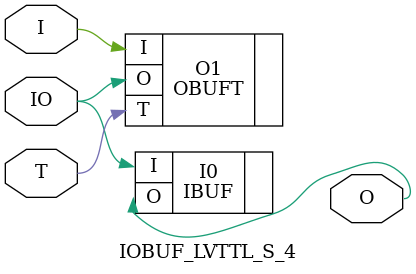
<source format=v>


`timescale  1 ps / 1 ps


module IOBUF_LVTTL_S_4 (O, IO, I, T);

    output O;

    inout  IO;

    input  I, T;

        OBUFT #(.IOSTANDARD("LVTTL"), .SLEW("SLOW"), .DRIVE(4)) O1 (.O(IO), .I(I), .T(T)); 
	IBUF #(.IOSTANDARD("LVTTL"))  I0 (.O(O), .I(IO));
        

endmodule



</source>
